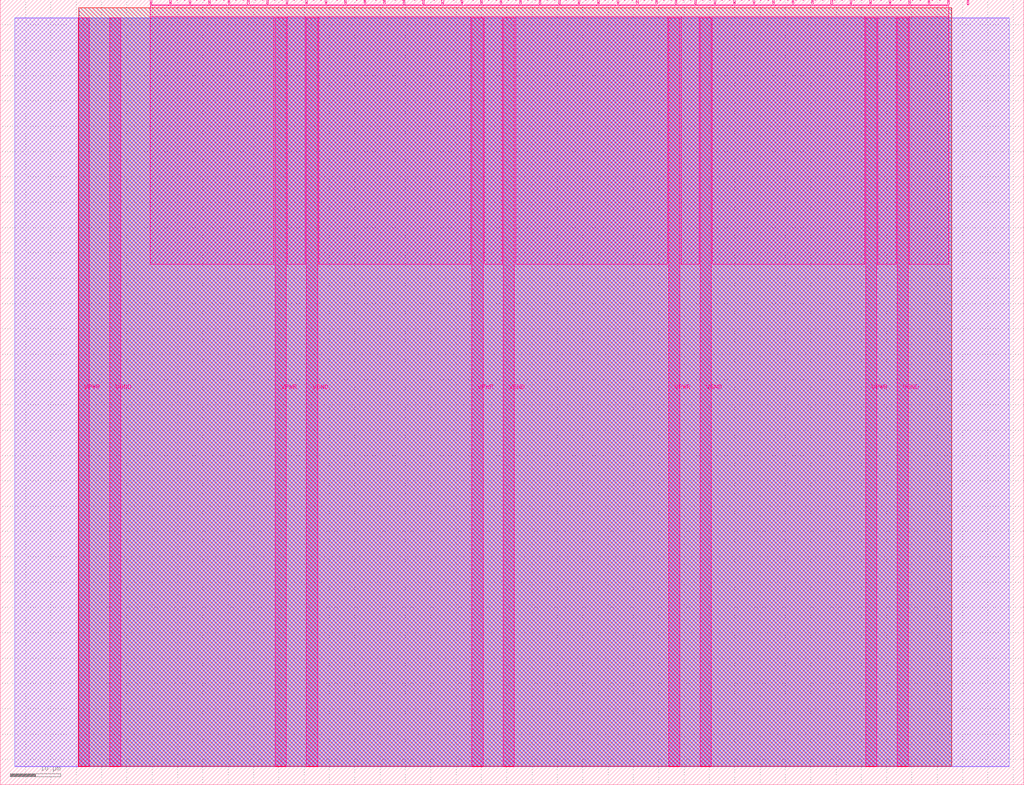
<source format=lef>
VERSION 5.7 ;
  NOWIREEXTENSIONATPIN ON ;
  DIVIDERCHAR "/" ;
  BUSBITCHARS "[]" ;
MACRO tt_um_chip4lyfe
  CLASS BLOCK ;
  FOREIGN tt_um_chip4lyfe ;
  ORIGIN 0.000 0.000 ;
  SIZE 202.080 BY 154.980 ;
  PIN VGND
    DIRECTION INOUT ;
    USE GROUND ;
    PORT
      LAYER Metal5 ;
        RECT 21.580 3.560 23.780 151.420 ;
    END
    PORT
      LAYER Metal5 ;
        RECT 60.450 3.560 62.650 151.420 ;
    END
    PORT
      LAYER Metal5 ;
        RECT 99.320 3.560 101.520 151.420 ;
    END
    PORT
      LAYER Metal5 ;
        RECT 138.190 3.560 140.390 151.420 ;
    END
    PORT
      LAYER Metal5 ;
        RECT 177.060 3.560 179.260 151.420 ;
    END
  END VGND
  PIN VPWR
    DIRECTION INOUT ;
    USE POWER ;
    PORT
      LAYER Metal5 ;
        RECT 15.380 3.560 17.580 151.420 ;
    END
    PORT
      LAYER Metal5 ;
        RECT 54.250 3.560 56.450 151.420 ;
    END
    PORT
      LAYER Metal5 ;
        RECT 93.120 3.560 95.320 151.420 ;
    END
    PORT
      LAYER Metal5 ;
        RECT 131.990 3.560 134.190 151.420 ;
    END
    PORT
      LAYER Metal5 ;
        RECT 170.860 3.560 173.060 151.420 ;
    END
  END VPWR
  PIN clk
    DIRECTION INPUT ;
    USE SIGNAL ;
    ANTENNAGATEAREA 0.213200 ;
    PORT
      LAYER Metal5 ;
        RECT 187.050 153.980 187.350 154.980 ;
    END
  END clk
  PIN ena
    DIRECTION INPUT ;
    USE SIGNAL ;
    PORT
      LAYER Metal5 ;
        RECT 190.890 153.980 191.190 154.980 ;
    END
  END ena
  PIN rst_n
    DIRECTION INPUT ;
    USE SIGNAL ;
    ANTENNAGATEAREA 0.180700 ;
    PORT
      LAYER Metal5 ;
        RECT 183.210 153.980 183.510 154.980 ;
    END
  END rst_n
  PIN ui_in[0]
    DIRECTION INPUT ;
    USE SIGNAL ;
    ANTENNAGATEAREA 0.180700 ;
    PORT
      LAYER Metal5 ;
        RECT 179.370 153.980 179.670 154.980 ;
    END
  END ui_in[0]
  PIN ui_in[1]
    DIRECTION INPUT ;
    USE SIGNAL ;
    ANTENNAGATEAREA 0.180700 ;
    PORT
      LAYER Metal5 ;
        RECT 175.530 153.980 175.830 154.980 ;
    END
  END ui_in[1]
  PIN ui_in[2]
    DIRECTION INPUT ;
    USE SIGNAL ;
    ANTENNAGATEAREA 0.180700 ;
    PORT
      LAYER Metal5 ;
        RECT 171.690 153.980 171.990 154.980 ;
    END
  END ui_in[2]
  PIN ui_in[3]
    DIRECTION INPUT ;
    USE SIGNAL ;
    ANTENNAGATEAREA 0.180700 ;
    PORT
      LAYER Metal5 ;
        RECT 167.850 153.980 168.150 154.980 ;
    END
  END ui_in[3]
  PIN ui_in[4]
    DIRECTION INPUT ;
    USE SIGNAL ;
    ANTENNAGATEAREA 0.180700 ;
    PORT
      LAYER Metal5 ;
        RECT 164.010 153.980 164.310 154.980 ;
    END
  END ui_in[4]
  PIN ui_in[5]
    DIRECTION INPUT ;
    USE SIGNAL ;
    ANTENNAGATEAREA 0.180700 ;
    PORT
      LAYER Metal5 ;
        RECT 160.170 153.980 160.470 154.980 ;
    END
  END ui_in[5]
  PIN ui_in[6]
    DIRECTION INPUT ;
    USE SIGNAL ;
    ANTENNAGATEAREA 0.213200 ;
    PORT
      LAYER Metal5 ;
        RECT 156.330 153.980 156.630 154.980 ;
    END
  END ui_in[6]
  PIN ui_in[7]
    DIRECTION INPUT ;
    USE SIGNAL ;
    ANTENNAGATEAREA 0.180700 ;
    PORT
      LAYER Metal5 ;
        RECT 152.490 153.980 152.790 154.980 ;
    END
  END ui_in[7]
  PIN uio_in[0]
    DIRECTION INPUT ;
    USE SIGNAL ;
    PORT
      LAYER Metal5 ;
        RECT 148.650 153.980 148.950 154.980 ;
    END
  END uio_in[0]
  PIN uio_in[1]
    DIRECTION INPUT ;
    USE SIGNAL ;
    PORT
      LAYER Metal5 ;
        RECT 144.810 153.980 145.110 154.980 ;
    END
  END uio_in[1]
  PIN uio_in[2]
    DIRECTION INPUT ;
    USE SIGNAL ;
    PORT
      LAYER Metal5 ;
        RECT 140.970 153.980 141.270 154.980 ;
    END
  END uio_in[2]
  PIN uio_in[3]
    DIRECTION INPUT ;
    USE SIGNAL ;
    PORT
      LAYER Metal5 ;
        RECT 137.130 153.980 137.430 154.980 ;
    END
  END uio_in[3]
  PIN uio_in[4]
    DIRECTION INPUT ;
    USE SIGNAL ;
    PORT
      LAYER Metal5 ;
        RECT 133.290 153.980 133.590 154.980 ;
    END
  END uio_in[4]
  PIN uio_in[5]
    DIRECTION INPUT ;
    USE SIGNAL ;
    PORT
      LAYER Metal5 ;
        RECT 129.450 153.980 129.750 154.980 ;
    END
  END uio_in[5]
  PIN uio_in[6]
    DIRECTION INPUT ;
    USE SIGNAL ;
    PORT
      LAYER Metal5 ;
        RECT 125.610 153.980 125.910 154.980 ;
    END
  END uio_in[6]
  PIN uio_in[7]
    DIRECTION INPUT ;
    USE SIGNAL ;
    PORT
      LAYER Metal5 ;
        RECT 121.770 153.980 122.070 154.980 ;
    END
  END uio_in[7]
  PIN uio_oe[0]
    DIRECTION OUTPUT ;
    USE SIGNAL ;
    ANTENNADIFFAREA 0.392700 ;
    PORT
      LAYER Metal5 ;
        RECT 56.490 153.980 56.790 154.980 ;
    END
  END uio_oe[0]
  PIN uio_oe[1]
    DIRECTION OUTPUT ;
    USE SIGNAL ;
    ANTENNADIFFAREA 0.299200 ;
    PORT
      LAYER Metal5 ;
        RECT 52.650 153.980 52.950 154.980 ;
    END
  END uio_oe[1]
  PIN uio_oe[2]
    DIRECTION OUTPUT ;
    USE SIGNAL ;
    ANTENNADIFFAREA 0.299200 ;
    PORT
      LAYER Metal5 ;
        RECT 48.810 153.980 49.110 154.980 ;
    END
  END uio_oe[2]
  PIN uio_oe[3]
    DIRECTION OUTPUT ;
    USE SIGNAL ;
    ANTENNADIFFAREA 0.299200 ;
    PORT
      LAYER Metal5 ;
        RECT 44.970 153.980 45.270 154.980 ;
    END
  END uio_oe[3]
  PIN uio_oe[4]
    DIRECTION OUTPUT ;
    USE SIGNAL ;
    ANTENNADIFFAREA 0.299200 ;
    PORT
      LAYER Metal5 ;
        RECT 41.130 153.980 41.430 154.980 ;
    END
  END uio_oe[4]
  PIN uio_oe[5]
    DIRECTION OUTPUT ;
    USE SIGNAL ;
    ANTENNADIFFAREA 0.299200 ;
    PORT
      LAYER Metal5 ;
        RECT 37.290 153.980 37.590 154.980 ;
    END
  END uio_oe[5]
  PIN uio_oe[6]
    DIRECTION OUTPUT ;
    USE SIGNAL ;
    ANTENNADIFFAREA 0.299200 ;
    PORT
      LAYER Metal5 ;
        RECT 33.450 153.980 33.750 154.980 ;
    END
  END uio_oe[6]
  PIN uio_oe[7]
    DIRECTION OUTPUT ;
    USE SIGNAL ;
    ANTENNADIFFAREA 0.299200 ;
    PORT
      LAYER Metal5 ;
        RECT 29.610 153.980 29.910 154.980 ;
    END
  END uio_oe[7]
  PIN uio_out[0]
    DIRECTION OUTPUT ;
    USE SIGNAL ;
    ANTENNADIFFAREA 0.654800 ;
    PORT
      LAYER Metal5 ;
        RECT 87.210 153.980 87.510 154.980 ;
    END
  END uio_out[0]
  PIN uio_out[1]
    DIRECTION OUTPUT ;
    USE SIGNAL ;
    ANTENNADIFFAREA 0.654800 ;
    PORT
      LAYER Metal5 ;
        RECT 83.370 153.980 83.670 154.980 ;
    END
  END uio_out[1]
  PIN uio_out[2]
    DIRECTION OUTPUT ;
    USE SIGNAL ;
    ANTENNADIFFAREA 0.654800 ;
    PORT
      LAYER Metal5 ;
        RECT 79.530 153.980 79.830 154.980 ;
    END
  END uio_out[2]
  PIN uio_out[3]
    DIRECTION OUTPUT ;
    USE SIGNAL ;
    ANTENNADIFFAREA 0.654800 ;
    PORT
      LAYER Metal5 ;
        RECT 75.690 153.980 75.990 154.980 ;
    END
  END uio_out[3]
  PIN uio_out[4]
    DIRECTION OUTPUT ;
    USE SIGNAL ;
    ANTENNADIFFAREA 0.654800 ;
    PORT
      LAYER Metal5 ;
        RECT 71.850 153.980 72.150 154.980 ;
    END
  END uio_out[4]
  PIN uio_out[5]
    DIRECTION OUTPUT ;
    USE SIGNAL ;
    ANTENNADIFFAREA 0.706800 ;
    PORT
      LAYER Metal5 ;
        RECT 68.010 153.980 68.310 154.980 ;
    END
  END uio_out[5]
  PIN uio_out[6]
    DIRECTION OUTPUT ;
    USE SIGNAL ;
    ANTENNADIFFAREA 0.706800 ;
    PORT
      LAYER Metal5 ;
        RECT 64.170 153.980 64.470 154.980 ;
    END
  END uio_out[6]
  PIN uio_out[7]
    DIRECTION OUTPUT ;
    USE SIGNAL ;
    ANTENNADIFFAREA 0.706800 ;
    PORT
      LAYER Metal5 ;
        RECT 60.330 153.980 60.630 154.980 ;
    END
  END uio_out[7]
  PIN uo_out[0]
    DIRECTION OUTPUT ;
    USE SIGNAL ;
    ANTENNADIFFAREA 0.632400 ;
    PORT
      LAYER Metal5 ;
        RECT 117.930 153.980 118.230 154.980 ;
    END
  END uo_out[0]
  PIN uo_out[1]
    DIRECTION OUTPUT ;
    USE SIGNAL ;
    ANTENNAGATEAREA 0.180700 ;
    ANTENNADIFFAREA 0.632400 ;
    PORT
      LAYER Metal5 ;
        RECT 114.090 153.980 114.390 154.980 ;
    END
  END uo_out[1]
  PIN uo_out[2]
    DIRECTION OUTPUT ;
    USE SIGNAL ;
    ANTENNAGATEAREA 0.180700 ;
    ANTENNADIFFAREA 0.632400 ;
    PORT
      LAYER Metal5 ;
        RECT 110.250 153.980 110.550 154.980 ;
    END
  END uo_out[2]
  PIN uo_out[3]
    DIRECTION OUTPUT ;
    USE SIGNAL ;
    ANTENNAGATEAREA 0.664300 ;
    ANTENNADIFFAREA 0.632400 ;
    PORT
      LAYER Metal5 ;
        RECT 106.410 153.980 106.710 154.980 ;
    END
  END uo_out[3]
  PIN uo_out[4]
    DIRECTION OUTPUT ;
    USE SIGNAL ;
    ANTENNADIFFAREA 0.632400 ;
    PORT
      LAYER Metal5 ;
        RECT 102.570 153.980 102.870 154.980 ;
    END
  END uo_out[4]
  PIN uo_out[5]
    DIRECTION OUTPUT ;
    USE SIGNAL ;
    ANTENNAGATEAREA 0.109200 ;
    ANTENNADIFFAREA 0.632400 ;
    PORT
      LAYER Metal5 ;
        RECT 98.730 153.980 99.030 154.980 ;
    END
  END uo_out[5]
  PIN uo_out[6]
    DIRECTION OUTPUT ;
    USE SIGNAL ;
    ANTENNAGATEAREA 0.180700 ;
    ANTENNADIFFAREA 0.632400 ;
    PORT
      LAYER Metal5 ;
        RECT 94.890 153.980 95.190 154.980 ;
    END
  END uo_out[6]
  PIN uo_out[7]
    DIRECTION OUTPUT ;
    USE SIGNAL ;
    ANTENNAGATEAREA 0.664300 ;
    ANTENNADIFFAREA 0.632400 ;
    PORT
      LAYER Metal5 ;
        RECT 91.050 153.980 91.350 154.980 ;
    END
  END uo_out[7]
  OBS
      LAYER GatPoly ;
        RECT 2.880 3.630 199.200 151.350 ;
      LAYER Metal1 ;
        RECT 2.880 3.560 199.200 151.420 ;
      LAYER Metal2 ;
        RECT 15.515 3.680 187.825 151.300 ;
      LAYER Metal3 ;
        RECT 15.560 3.635 187.780 153.445 ;
      LAYER Metal4 ;
        RECT 15.515 3.680 187.825 153.400 ;
      LAYER Metal5 ;
        RECT 30.120 153.770 33.240 153.980 ;
        RECT 33.960 153.770 37.080 153.980 ;
        RECT 37.800 153.770 40.920 153.980 ;
        RECT 41.640 153.770 44.760 153.980 ;
        RECT 45.480 153.770 48.600 153.980 ;
        RECT 49.320 153.770 52.440 153.980 ;
        RECT 53.160 153.770 56.280 153.980 ;
        RECT 57.000 153.770 60.120 153.980 ;
        RECT 60.840 153.770 63.960 153.980 ;
        RECT 64.680 153.770 67.800 153.980 ;
        RECT 68.520 153.770 71.640 153.980 ;
        RECT 72.360 153.770 75.480 153.980 ;
        RECT 76.200 153.770 79.320 153.980 ;
        RECT 80.040 153.770 83.160 153.980 ;
        RECT 83.880 153.770 87.000 153.980 ;
        RECT 87.720 153.770 90.840 153.980 ;
        RECT 91.560 153.770 94.680 153.980 ;
        RECT 95.400 153.770 98.520 153.980 ;
        RECT 99.240 153.770 102.360 153.980 ;
        RECT 103.080 153.770 106.200 153.980 ;
        RECT 106.920 153.770 110.040 153.980 ;
        RECT 110.760 153.770 113.880 153.980 ;
        RECT 114.600 153.770 117.720 153.980 ;
        RECT 118.440 153.770 121.560 153.980 ;
        RECT 122.280 153.770 125.400 153.980 ;
        RECT 126.120 153.770 129.240 153.980 ;
        RECT 129.960 153.770 133.080 153.980 ;
        RECT 133.800 153.770 136.920 153.980 ;
        RECT 137.640 153.770 140.760 153.980 ;
        RECT 141.480 153.770 144.600 153.980 ;
        RECT 145.320 153.770 148.440 153.980 ;
        RECT 149.160 153.770 152.280 153.980 ;
        RECT 153.000 153.770 156.120 153.980 ;
        RECT 156.840 153.770 159.960 153.980 ;
        RECT 160.680 153.770 163.800 153.980 ;
        RECT 164.520 153.770 167.640 153.980 ;
        RECT 168.360 153.770 171.480 153.980 ;
        RECT 172.200 153.770 175.320 153.980 ;
        RECT 176.040 153.770 179.160 153.980 ;
        RECT 179.880 153.770 183.000 153.980 ;
        RECT 183.720 153.770 186.840 153.980 ;
        RECT 29.660 151.630 187.300 153.770 ;
        RECT 29.660 102.755 54.040 151.630 ;
        RECT 56.660 102.755 60.240 151.630 ;
        RECT 62.860 102.755 92.910 151.630 ;
        RECT 95.530 102.755 99.110 151.630 ;
        RECT 101.730 102.755 131.780 151.630 ;
        RECT 134.400 102.755 137.980 151.630 ;
        RECT 140.600 102.755 170.650 151.630 ;
        RECT 173.270 102.755 176.850 151.630 ;
        RECT 179.470 102.755 187.300 151.630 ;
  END
END tt_um_chip4lyfe
END LIBRARY


</source>
